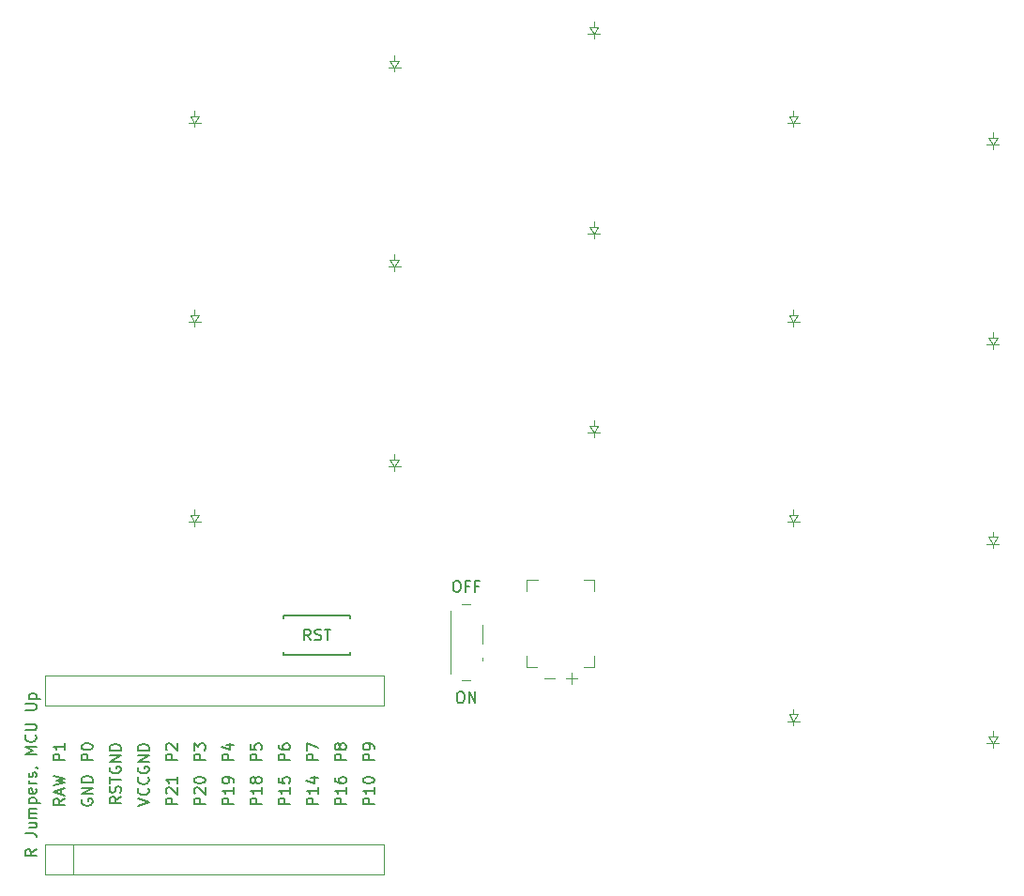
<source format=gbr>
%TF.GenerationSoftware,KiCad,Pcbnew,8.0.4*%
%TF.CreationDate,2024-08-16T17:58:33+08:00*%
%TF.ProjectId,board,626f6172-642e-46b6-9963-61645f706362,v1.0.0*%
%TF.SameCoordinates,Original*%
%TF.FileFunction,Legend,Top*%
%TF.FilePolarity,Positive*%
%FSLAX46Y46*%
G04 Gerber Fmt 4.6, Leading zero omitted, Abs format (unit mm)*
G04 Created by KiCad (PCBNEW 8.0.4) date 2024-08-16 17:58:33*
%MOMM*%
%LPD*%
G01*
G04 APERTURE LIST*
%ADD10C,0.150000*%
%ADD11C,0.120000*%
%ADD12C,0.100000*%
G04 APERTURE END LIST*
D10*
X205547619Y-159454819D02*
X205738095Y-159454819D01*
X205738095Y-159454819D02*
X205833333Y-159502438D01*
X205833333Y-159502438D02*
X205928571Y-159597676D01*
X205928571Y-159597676D02*
X205976190Y-159788152D01*
X205976190Y-159788152D02*
X205976190Y-160121485D01*
X205976190Y-160121485D02*
X205928571Y-160311961D01*
X205928571Y-160311961D02*
X205833333Y-160407200D01*
X205833333Y-160407200D02*
X205738095Y-160454819D01*
X205738095Y-160454819D02*
X205547619Y-160454819D01*
X205547619Y-160454819D02*
X205452381Y-160407200D01*
X205452381Y-160407200D02*
X205357143Y-160311961D01*
X205357143Y-160311961D02*
X205309524Y-160121485D01*
X205309524Y-160121485D02*
X205309524Y-159788152D01*
X205309524Y-159788152D02*
X205357143Y-159597676D01*
X205357143Y-159597676D02*
X205452381Y-159502438D01*
X205452381Y-159502438D02*
X205547619Y-159454819D01*
X206738095Y-159931009D02*
X206404762Y-159931009D01*
X206404762Y-160454819D02*
X206404762Y-159454819D01*
X206404762Y-159454819D02*
X206880952Y-159454819D01*
X207595238Y-159931009D02*
X207261905Y-159931009D01*
X207261905Y-160454819D02*
X207261905Y-159454819D01*
X207261905Y-159454819D02*
X207738095Y-159454819D01*
X205880952Y-169454819D02*
X206071428Y-169454819D01*
X206071428Y-169454819D02*
X206166666Y-169502438D01*
X206166666Y-169502438D02*
X206261904Y-169597676D01*
X206261904Y-169597676D02*
X206309523Y-169788152D01*
X206309523Y-169788152D02*
X206309523Y-170121485D01*
X206309523Y-170121485D02*
X206261904Y-170311961D01*
X206261904Y-170311961D02*
X206166666Y-170407200D01*
X206166666Y-170407200D02*
X206071428Y-170454819D01*
X206071428Y-170454819D02*
X205880952Y-170454819D01*
X205880952Y-170454819D02*
X205785714Y-170407200D01*
X205785714Y-170407200D02*
X205690476Y-170311961D01*
X205690476Y-170311961D02*
X205642857Y-170121485D01*
X205642857Y-170121485D02*
X205642857Y-169788152D01*
X205642857Y-169788152D02*
X205690476Y-169597676D01*
X205690476Y-169597676D02*
X205785714Y-169502438D01*
X205785714Y-169502438D02*
X205880952Y-169454819D01*
X206738095Y-170454819D02*
X206738095Y-169454819D01*
X206738095Y-169454819D02*
X207309523Y-170454819D01*
X207309523Y-170454819D02*
X207309523Y-169454819D01*
X192452380Y-164804819D02*
X192119047Y-164328628D01*
X191880952Y-164804819D02*
X191880952Y-163804819D01*
X191880952Y-163804819D02*
X192261904Y-163804819D01*
X192261904Y-163804819D02*
X192357142Y-163852438D01*
X192357142Y-163852438D02*
X192404761Y-163900057D01*
X192404761Y-163900057D02*
X192452380Y-163995295D01*
X192452380Y-163995295D02*
X192452380Y-164138152D01*
X192452380Y-164138152D02*
X192404761Y-164233390D01*
X192404761Y-164233390D02*
X192357142Y-164281009D01*
X192357142Y-164281009D02*
X192261904Y-164328628D01*
X192261904Y-164328628D02*
X191880952Y-164328628D01*
X192833333Y-164757200D02*
X192976190Y-164804819D01*
X192976190Y-164804819D02*
X193214285Y-164804819D01*
X193214285Y-164804819D02*
X193309523Y-164757200D01*
X193309523Y-164757200D02*
X193357142Y-164709580D01*
X193357142Y-164709580D02*
X193404761Y-164614342D01*
X193404761Y-164614342D02*
X193404761Y-164519104D01*
X193404761Y-164519104D02*
X193357142Y-164423866D01*
X193357142Y-164423866D02*
X193309523Y-164376247D01*
X193309523Y-164376247D02*
X193214285Y-164328628D01*
X193214285Y-164328628D02*
X193023809Y-164281009D01*
X193023809Y-164281009D02*
X192928571Y-164233390D01*
X192928571Y-164233390D02*
X192880952Y-164185771D01*
X192880952Y-164185771D02*
X192833333Y-164090533D01*
X192833333Y-164090533D02*
X192833333Y-163995295D01*
X192833333Y-163995295D02*
X192880952Y-163900057D01*
X192880952Y-163900057D02*
X192928571Y-163852438D01*
X192928571Y-163852438D02*
X193023809Y-163804819D01*
X193023809Y-163804819D02*
X193261904Y-163804819D01*
X193261904Y-163804819D02*
X193404761Y-163852438D01*
X193690476Y-163804819D02*
X194261904Y-163804819D01*
X193976190Y-164804819D02*
X193976190Y-163804819D01*
X195654819Y-179614285D02*
X194654819Y-179614285D01*
X194654819Y-179614285D02*
X194654819Y-179233333D01*
X194654819Y-179233333D02*
X194702438Y-179138095D01*
X194702438Y-179138095D02*
X194750057Y-179090476D01*
X194750057Y-179090476D02*
X194845295Y-179042857D01*
X194845295Y-179042857D02*
X194988152Y-179042857D01*
X194988152Y-179042857D02*
X195083390Y-179090476D01*
X195083390Y-179090476D02*
X195131009Y-179138095D01*
X195131009Y-179138095D02*
X195178628Y-179233333D01*
X195178628Y-179233333D02*
X195178628Y-179614285D01*
X195654819Y-178090476D02*
X195654819Y-178661904D01*
X195654819Y-178376190D02*
X194654819Y-178376190D01*
X194654819Y-178376190D02*
X194797676Y-178471428D01*
X194797676Y-178471428D02*
X194892914Y-178566666D01*
X194892914Y-178566666D02*
X194940533Y-178661904D01*
X194654819Y-177233333D02*
X194654819Y-177423809D01*
X194654819Y-177423809D02*
X194702438Y-177519047D01*
X194702438Y-177519047D02*
X194750057Y-177566666D01*
X194750057Y-177566666D02*
X194892914Y-177661904D01*
X194892914Y-177661904D02*
X195083390Y-177709523D01*
X195083390Y-177709523D02*
X195464342Y-177709523D01*
X195464342Y-177709523D02*
X195559580Y-177661904D01*
X195559580Y-177661904D02*
X195607200Y-177614285D01*
X195607200Y-177614285D02*
X195654819Y-177519047D01*
X195654819Y-177519047D02*
X195654819Y-177328571D01*
X195654819Y-177328571D02*
X195607200Y-177233333D01*
X195607200Y-177233333D02*
X195559580Y-177185714D01*
X195559580Y-177185714D02*
X195464342Y-177138095D01*
X195464342Y-177138095D02*
X195226247Y-177138095D01*
X195226247Y-177138095D02*
X195131009Y-177185714D01*
X195131009Y-177185714D02*
X195083390Y-177233333D01*
X195083390Y-177233333D02*
X195035771Y-177328571D01*
X195035771Y-177328571D02*
X195035771Y-177519047D01*
X195035771Y-177519047D02*
X195083390Y-177614285D01*
X195083390Y-177614285D02*
X195131009Y-177661904D01*
X195131009Y-177661904D02*
X195226247Y-177709523D01*
X182954819Y-179614285D02*
X181954819Y-179614285D01*
X181954819Y-179614285D02*
X181954819Y-179233333D01*
X181954819Y-179233333D02*
X182002438Y-179138095D01*
X182002438Y-179138095D02*
X182050057Y-179090476D01*
X182050057Y-179090476D02*
X182145295Y-179042857D01*
X182145295Y-179042857D02*
X182288152Y-179042857D01*
X182288152Y-179042857D02*
X182383390Y-179090476D01*
X182383390Y-179090476D02*
X182431009Y-179138095D01*
X182431009Y-179138095D02*
X182478628Y-179233333D01*
X182478628Y-179233333D02*
X182478628Y-179614285D01*
X182050057Y-178661904D02*
X182002438Y-178614285D01*
X182002438Y-178614285D02*
X181954819Y-178519047D01*
X181954819Y-178519047D02*
X181954819Y-178280952D01*
X181954819Y-178280952D02*
X182002438Y-178185714D01*
X182002438Y-178185714D02*
X182050057Y-178138095D01*
X182050057Y-178138095D02*
X182145295Y-178090476D01*
X182145295Y-178090476D02*
X182240533Y-178090476D01*
X182240533Y-178090476D02*
X182383390Y-178138095D01*
X182383390Y-178138095D02*
X182954819Y-178709523D01*
X182954819Y-178709523D02*
X182954819Y-178090476D01*
X181954819Y-177471428D02*
X181954819Y-177376190D01*
X181954819Y-177376190D02*
X182002438Y-177280952D01*
X182002438Y-177280952D02*
X182050057Y-177233333D01*
X182050057Y-177233333D02*
X182145295Y-177185714D01*
X182145295Y-177185714D02*
X182335771Y-177138095D01*
X182335771Y-177138095D02*
X182573866Y-177138095D01*
X182573866Y-177138095D02*
X182764342Y-177185714D01*
X182764342Y-177185714D02*
X182859580Y-177233333D01*
X182859580Y-177233333D02*
X182907200Y-177280952D01*
X182907200Y-177280952D02*
X182954819Y-177376190D01*
X182954819Y-177376190D02*
X182954819Y-177471428D01*
X182954819Y-177471428D02*
X182907200Y-177566666D01*
X182907200Y-177566666D02*
X182859580Y-177614285D01*
X182859580Y-177614285D02*
X182764342Y-177661904D01*
X182764342Y-177661904D02*
X182573866Y-177709523D01*
X182573866Y-177709523D02*
X182335771Y-177709523D01*
X182335771Y-177709523D02*
X182145295Y-177661904D01*
X182145295Y-177661904D02*
X182050057Y-177614285D01*
X182050057Y-177614285D02*
X182002438Y-177566666D01*
X182002438Y-177566666D02*
X181954819Y-177471428D01*
X185494819Y-175648094D02*
X184494819Y-175648094D01*
X184494819Y-175648094D02*
X184494819Y-175267142D01*
X184494819Y-175267142D02*
X184542438Y-175171904D01*
X184542438Y-175171904D02*
X184590057Y-175124285D01*
X184590057Y-175124285D02*
X184685295Y-175076666D01*
X184685295Y-175076666D02*
X184828152Y-175076666D01*
X184828152Y-175076666D02*
X184923390Y-175124285D01*
X184923390Y-175124285D02*
X184971009Y-175171904D01*
X184971009Y-175171904D02*
X185018628Y-175267142D01*
X185018628Y-175267142D02*
X185018628Y-175648094D01*
X184828152Y-174219523D02*
X185494819Y-174219523D01*
X184447200Y-174457618D02*
X185161485Y-174695713D01*
X185161485Y-174695713D02*
X185161485Y-174076666D01*
X180414819Y-179614285D02*
X179414819Y-179614285D01*
X179414819Y-179614285D02*
X179414819Y-179233333D01*
X179414819Y-179233333D02*
X179462438Y-179138095D01*
X179462438Y-179138095D02*
X179510057Y-179090476D01*
X179510057Y-179090476D02*
X179605295Y-179042857D01*
X179605295Y-179042857D02*
X179748152Y-179042857D01*
X179748152Y-179042857D02*
X179843390Y-179090476D01*
X179843390Y-179090476D02*
X179891009Y-179138095D01*
X179891009Y-179138095D02*
X179938628Y-179233333D01*
X179938628Y-179233333D02*
X179938628Y-179614285D01*
X179510057Y-178661904D02*
X179462438Y-178614285D01*
X179462438Y-178614285D02*
X179414819Y-178519047D01*
X179414819Y-178519047D02*
X179414819Y-178280952D01*
X179414819Y-178280952D02*
X179462438Y-178185714D01*
X179462438Y-178185714D02*
X179510057Y-178138095D01*
X179510057Y-178138095D02*
X179605295Y-178090476D01*
X179605295Y-178090476D02*
X179700533Y-178090476D01*
X179700533Y-178090476D02*
X179843390Y-178138095D01*
X179843390Y-178138095D02*
X180414819Y-178709523D01*
X180414819Y-178709523D02*
X180414819Y-178090476D01*
X180414819Y-177138095D02*
X180414819Y-177709523D01*
X180414819Y-177423809D02*
X179414819Y-177423809D01*
X179414819Y-177423809D02*
X179557676Y-177519047D01*
X179557676Y-177519047D02*
X179652914Y-177614285D01*
X179652914Y-177614285D02*
X179700533Y-177709523D01*
X190574819Y-179614285D02*
X189574819Y-179614285D01*
X189574819Y-179614285D02*
X189574819Y-179233333D01*
X189574819Y-179233333D02*
X189622438Y-179138095D01*
X189622438Y-179138095D02*
X189670057Y-179090476D01*
X189670057Y-179090476D02*
X189765295Y-179042857D01*
X189765295Y-179042857D02*
X189908152Y-179042857D01*
X189908152Y-179042857D02*
X190003390Y-179090476D01*
X190003390Y-179090476D02*
X190051009Y-179138095D01*
X190051009Y-179138095D02*
X190098628Y-179233333D01*
X190098628Y-179233333D02*
X190098628Y-179614285D01*
X190574819Y-178090476D02*
X190574819Y-178661904D01*
X190574819Y-178376190D02*
X189574819Y-178376190D01*
X189574819Y-178376190D02*
X189717676Y-178471428D01*
X189717676Y-178471428D02*
X189812914Y-178566666D01*
X189812914Y-178566666D02*
X189860533Y-178661904D01*
X189574819Y-177185714D02*
X189574819Y-177661904D01*
X189574819Y-177661904D02*
X190051009Y-177709523D01*
X190051009Y-177709523D02*
X190003390Y-177661904D01*
X190003390Y-177661904D02*
X189955771Y-177566666D01*
X189955771Y-177566666D02*
X189955771Y-177328571D01*
X189955771Y-177328571D02*
X190003390Y-177233333D01*
X190003390Y-177233333D02*
X190051009Y-177185714D01*
X190051009Y-177185714D02*
X190146247Y-177138095D01*
X190146247Y-177138095D02*
X190384342Y-177138095D01*
X190384342Y-177138095D02*
X190479580Y-177185714D01*
X190479580Y-177185714D02*
X190527200Y-177233333D01*
X190527200Y-177233333D02*
X190574819Y-177328571D01*
X190574819Y-177328571D02*
X190574819Y-177566666D01*
X190574819Y-177566666D02*
X190527200Y-177661904D01*
X190527200Y-177661904D02*
X190479580Y-177709523D01*
X176922438Y-176261904D02*
X176874819Y-176357142D01*
X176874819Y-176357142D02*
X176874819Y-176499999D01*
X176874819Y-176499999D02*
X176922438Y-176642856D01*
X176922438Y-176642856D02*
X177017676Y-176738094D01*
X177017676Y-176738094D02*
X177112914Y-176785713D01*
X177112914Y-176785713D02*
X177303390Y-176833332D01*
X177303390Y-176833332D02*
X177446247Y-176833332D01*
X177446247Y-176833332D02*
X177636723Y-176785713D01*
X177636723Y-176785713D02*
X177731961Y-176738094D01*
X177731961Y-176738094D02*
X177827200Y-176642856D01*
X177827200Y-176642856D02*
X177874819Y-176499999D01*
X177874819Y-176499999D02*
X177874819Y-176404761D01*
X177874819Y-176404761D02*
X177827200Y-176261904D01*
X177827200Y-176261904D02*
X177779580Y-176214285D01*
X177779580Y-176214285D02*
X177446247Y-176214285D01*
X177446247Y-176214285D02*
X177446247Y-176404761D01*
X177874819Y-175785713D02*
X176874819Y-175785713D01*
X176874819Y-175785713D02*
X177874819Y-175214285D01*
X177874819Y-175214285D02*
X176874819Y-175214285D01*
X177874819Y-174738094D02*
X176874819Y-174738094D01*
X176874819Y-174738094D02*
X176874819Y-174499999D01*
X176874819Y-174499999D02*
X176922438Y-174357142D01*
X176922438Y-174357142D02*
X177017676Y-174261904D01*
X177017676Y-174261904D02*
X177112914Y-174214285D01*
X177112914Y-174214285D02*
X177303390Y-174166666D01*
X177303390Y-174166666D02*
X177446247Y-174166666D01*
X177446247Y-174166666D02*
X177636723Y-174214285D01*
X177636723Y-174214285D02*
X177731961Y-174261904D01*
X177731961Y-174261904D02*
X177827200Y-174357142D01*
X177827200Y-174357142D02*
X177874819Y-174499999D01*
X177874819Y-174499999D02*
X177874819Y-174738094D01*
X190574819Y-175648094D02*
X189574819Y-175648094D01*
X189574819Y-175648094D02*
X189574819Y-175267142D01*
X189574819Y-175267142D02*
X189622438Y-175171904D01*
X189622438Y-175171904D02*
X189670057Y-175124285D01*
X189670057Y-175124285D02*
X189765295Y-175076666D01*
X189765295Y-175076666D02*
X189908152Y-175076666D01*
X189908152Y-175076666D02*
X190003390Y-175124285D01*
X190003390Y-175124285D02*
X190051009Y-175171904D01*
X190051009Y-175171904D02*
X190098628Y-175267142D01*
X190098628Y-175267142D02*
X190098628Y-175648094D01*
X189574819Y-174219523D02*
X189574819Y-174409999D01*
X189574819Y-174409999D02*
X189622438Y-174505237D01*
X189622438Y-174505237D02*
X189670057Y-174552856D01*
X189670057Y-174552856D02*
X189812914Y-174648094D01*
X189812914Y-174648094D02*
X190003390Y-174695713D01*
X190003390Y-174695713D02*
X190384342Y-174695713D01*
X190384342Y-174695713D02*
X190479580Y-174648094D01*
X190479580Y-174648094D02*
X190527200Y-174600475D01*
X190527200Y-174600475D02*
X190574819Y-174505237D01*
X190574819Y-174505237D02*
X190574819Y-174314761D01*
X190574819Y-174314761D02*
X190527200Y-174219523D01*
X190527200Y-174219523D02*
X190479580Y-174171904D01*
X190479580Y-174171904D02*
X190384342Y-174124285D01*
X190384342Y-174124285D02*
X190146247Y-174124285D01*
X190146247Y-174124285D02*
X190051009Y-174171904D01*
X190051009Y-174171904D02*
X190003390Y-174219523D01*
X190003390Y-174219523D02*
X189955771Y-174314761D01*
X189955771Y-174314761D02*
X189955771Y-174505237D01*
X189955771Y-174505237D02*
X190003390Y-174600475D01*
X190003390Y-174600475D02*
X190051009Y-174648094D01*
X190051009Y-174648094D02*
X190146247Y-174695713D01*
X198194819Y-179614285D02*
X197194819Y-179614285D01*
X197194819Y-179614285D02*
X197194819Y-179233333D01*
X197194819Y-179233333D02*
X197242438Y-179138095D01*
X197242438Y-179138095D02*
X197290057Y-179090476D01*
X197290057Y-179090476D02*
X197385295Y-179042857D01*
X197385295Y-179042857D02*
X197528152Y-179042857D01*
X197528152Y-179042857D02*
X197623390Y-179090476D01*
X197623390Y-179090476D02*
X197671009Y-179138095D01*
X197671009Y-179138095D02*
X197718628Y-179233333D01*
X197718628Y-179233333D02*
X197718628Y-179614285D01*
X198194819Y-178090476D02*
X198194819Y-178661904D01*
X198194819Y-178376190D02*
X197194819Y-178376190D01*
X197194819Y-178376190D02*
X197337676Y-178471428D01*
X197337676Y-178471428D02*
X197432914Y-178566666D01*
X197432914Y-178566666D02*
X197480533Y-178661904D01*
X197194819Y-177471428D02*
X197194819Y-177376190D01*
X197194819Y-177376190D02*
X197242438Y-177280952D01*
X197242438Y-177280952D02*
X197290057Y-177233333D01*
X197290057Y-177233333D02*
X197385295Y-177185714D01*
X197385295Y-177185714D02*
X197575771Y-177138095D01*
X197575771Y-177138095D02*
X197813866Y-177138095D01*
X197813866Y-177138095D02*
X198004342Y-177185714D01*
X198004342Y-177185714D02*
X198099580Y-177233333D01*
X198099580Y-177233333D02*
X198147200Y-177280952D01*
X198147200Y-177280952D02*
X198194819Y-177376190D01*
X198194819Y-177376190D02*
X198194819Y-177471428D01*
X198194819Y-177471428D02*
X198147200Y-177566666D01*
X198147200Y-177566666D02*
X198099580Y-177614285D01*
X198099580Y-177614285D02*
X198004342Y-177661904D01*
X198004342Y-177661904D02*
X197813866Y-177709523D01*
X197813866Y-177709523D02*
X197575771Y-177709523D01*
X197575771Y-177709523D02*
X197385295Y-177661904D01*
X197385295Y-177661904D02*
X197290057Y-177614285D01*
X197290057Y-177614285D02*
X197242438Y-177566666D01*
X197242438Y-177566666D02*
X197194819Y-177471428D01*
X193114819Y-179614285D02*
X192114819Y-179614285D01*
X192114819Y-179614285D02*
X192114819Y-179233333D01*
X192114819Y-179233333D02*
X192162438Y-179138095D01*
X192162438Y-179138095D02*
X192210057Y-179090476D01*
X192210057Y-179090476D02*
X192305295Y-179042857D01*
X192305295Y-179042857D02*
X192448152Y-179042857D01*
X192448152Y-179042857D02*
X192543390Y-179090476D01*
X192543390Y-179090476D02*
X192591009Y-179138095D01*
X192591009Y-179138095D02*
X192638628Y-179233333D01*
X192638628Y-179233333D02*
X192638628Y-179614285D01*
X193114819Y-178090476D02*
X193114819Y-178661904D01*
X193114819Y-178376190D02*
X192114819Y-178376190D01*
X192114819Y-178376190D02*
X192257676Y-178471428D01*
X192257676Y-178471428D02*
X192352914Y-178566666D01*
X192352914Y-178566666D02*
X192400533Y-178661904D01*
X192448152Y-177233333D02*
X193114819Y-177233333D01*
X192067200Y-177471428D02*
X192781485Y-177709523D01*
X192781485Y-177709523D02*
X192781485Y-177090476D01*
X171842438Y-179161904D02*
X171794819Y-179257142D01*
X171794819Y-179257142D02*
X171794819Y-179399999D01*
X171794819Y-179399999D02*
X171842438Y-179542856D01*
X171842438Y-179542856D02*
X171937676Y-179638094D01*
X171937676Y-179638094D02*
X172032914Y-179685713D01*
X172032914Y-179685713D02*
X172223390Y-179733332D01*
X172223390Y-179733332D02*
X172366247Y-179733332D01*
X172366247Y-179733332D02*
X172556723Y-179685713D01*
X172556723Y-179685713D02*
X172651961Y-179638094D01*
X172651961Y-179638094D02*
X172747200Y-179542856D01*
X172747200Y-179542856D02*
X172794819Y-179399999D01*
X172794819Y-179399999D02*
X172794819Y-179304761D01*
X172794819Y-179304761D02*
X172747200Y-179161904D01*
X172747200Y-179161904D02*
X172699580Y-179114285D01*
X172699580Y-179114285D02*
X172366247Y-179114285D01*
X172366247Y-179114285D02*
X172366247Y-179304761D01*
X172794819Y-178685713D02*
X171794819Y-178685713D01*
X171794819Y-178685713D02*
X172794819Y-178114285D01*
X172794819Y-178114285D02*
X171794819Y-178114285D01*
X172794819Y-177638094D02*
X171794819Y-177638094D01*
X171794819Y-177638094D02*
X171794819Y-177399999D01*
X171794819Y-177399999D02*
X171842438Y-177257142D01*
X171842438Y-177257142D02*
X171937676Y-177161904D01*
X171937676Y-177161904D02*
X172032914Y-177114285D01*
X172032914Y-177114285D02*
X172223390Y-177066666D01*
X172223390Y-177066666D02*
X172366247Y-177066666D01*
X172366247Y-177066666D02*
X172556723Y-177114285D01*
X172556723Y-177114285D02*
X172651961Y-177161904D01*
X172651961Y-177161904D02*
X172747200Y-177257142D01*
X172747200Y-177257142D02*
X172794819Y-177399999D01*
X172794819Y-177399999D02*
X172794819Y-177638094D01*
X198194819Y-175648094D02*
X197194819Y-175648094D01*
X197194819Y-175648094D02*
X197194819Y-175267142D01*
X197194819Y-175267142D02*
X197242438Y-175171904D01*
X197242438Y-175171904D02*
X197290057Y-175124285D01*
X197290057Y-175124285D02*
X197385295Y-175076666D01*
X197385295Y-175076666D02*
X197528152Y-175076666D01*
X197528152Y-175076666D02*
X197623390Y-175124285D01*
X197623390Y-175124285D02*
X197671009Y-175171904D01*
X197671009Y-175171904D02*
X197718628Y-175267142D01*
X197718628Y-175267142D02*
X197718628Y-175648094D01*
X198194819Y-174600475D02*
X198194819Y-174409999D01*
X198194819Y-174409999D02*
X198147200Y-174314761D01*
X198147200Y-174314761D02*
X198099580Y-174267142D01*
X198099580Y-174267142D02*
X197956723Y-174171904D01*
X197956723Y-174171904D02*
X197766247Y-174124285D01*
X197766247Y-174124285D02*
X197385295Y-174124285D01*
X197385295Y-174124285D02*
X197290057Y-174171904D01*
X197290057Y-174171904D02*
X197242438Y-174219523D01*
X197242438Y-174219523D02*
X197194819Y-174314761D01*
X197194819Y-174314761D02*
X197194819Y-174505237D01*
X197194819Y-174505237D02*
X197242438Y-174600475D01*
X197242438Y-174600475D02*
X197290057Y-174648094D01*
X197290057Y-174648094D02*
X197385295Y-174695713D01*
X197385295Y-174695713D02*
X197623390Y-174695713D01*
X197623390Y-174695713D02*
X197718628Y-174648094D01*
X197718628Y-174648094D02*
X197766247Y-174600475D01*
X197766247Y-174600475D02*
X197813866Y-174505237D01*
X197813866Y-174505237D02*
X197813866Y-174314761D01*
X197813866Y-174314761D02*
X197766247Y-174219523D01*
X197766247Y-174219523D02*
X197718628Y-174171904D01*
X197718628Y-174171904D02*
X197623390Y-174124285D01*
X188034819Y-179614285D02*
X187034819Y-179614285D01*
X187034819Y-179614285D02*
X187034819Y-179233333D01*
X187034819Y-179233333D02*
X187082438Y-179138095D01*
X187082438Y-179138095D02*
X187130057Y-179090476D01*
X187130057Y-179090476D02*
X187225295Y-179042857D01*
X187225295Y-179042857D02*
X187368152Y-179042857D01*
X187368152Y-179042857D02*
X187463390Y-179090476D01*
X187463390Y-179090476D02*
X187511009Y-179138095D01*
X187511009Y-179138095D02*
X187558628Y-179233333D01*
X187558628Y-179233333D02*
X187558628Y-179614285D01*
X188034819Y-178090476D02*
X188034819Y-178661904D01*
X188034819Y-178376190D02*
X187034819Y-178376190D01*
X187034819Y-178376190D02*
X187177676Y-178471428D01*
X187177676Y-178471428D02*
X187272914Y-178566666D01*
X187272914Y-178566666D02*
X187320533Y-178661904D01*
X187463390Y-177519047D02*
X187415771Y-177614285D01*
X187415771Y-177614285D02*
X187368152Y-177661904D01*
X187368152Y-177661904D02*
X187272914Y-177709523D01*
X187272914Y-177709523D02*
X187225295Y-177709523D01*
X187225295Y-177709523D02*
X187130057Y-177661904D01*
X187130057Y-177661904D02*
X187082438Y-177614285D01*
X187082438Y-177614285D02*
X187034819Y-177519047D01*
X187034819Y-177519047D02*
X187034819Y-177328571D01*
X187034819Y-177328571D02*
X187082438Y-177233333D01*
X187082438Y-177233333D02*
X187130057Y-177185714D01*
X187130057Y-177185714D02*
X187225295Y-177138095D01*
X187225295Y-177138095D02*
X187272914Y-177138095D01*
X187272914Y-177138095D02*
X187368152Y-177185714D01*
X187368152Y-177185714D02*
X187415771Y-177233333D01*
X187415771Y-177233333D02*
X187463390Y-177328571D01*
X187463390Y-177328571D02*
X187463390Y-177519047D01*
X187463390Y-177519047D02*
X187511009Y-177614285D01*
X187511009Y-177614285D02*
X187558628Y-177661904D01*
X187558628Y-177661904D02*
X187653866Y-177709523D01*
X187653866Y-177709523D02*
X187844342Y-177709523D01*
X187844342Y-177709523D02*
X187939580Y-177661904D01*
X187939580Y-177661904D02*
X187987200Y-177614285D01*
X187987200Y-177614285D02*
X188034819Y-177519047D01*
X188034819Y-177519047D02*
X188034819Y-177328571D01*
X188034819Y-177328571D02*
X187987200Y-177233333D01*
X187987200Y-177233333D02*
X187939580Y-177185714D01*
X187939580Y-177185714D02*
X187844342Y-177138095D01*
X187844342Y-177138095D02*
X187653866Y-177138095D01*
X187653866Y-177138095D02*
X187558628Y-177185714D01*
X187558628Y-177185714D02*
X187511009Y-177233333D01*
X187511009Y-177233333D02*
X187463390Y-177328571D01*
X185494819Y-179614285D02*
X184494819Y-179614285D01*
X184494819Y-179614285D02*
X184494819Y-179233333D01*
X184494819Y-179233333D02*
X184542438Y-179138095D01*
X184542438Y-179138095D02*
X184590057Y-179090476D01*
X184590057Y-179090476D02*
X184685295Y-179042857D01*
X184685295Y-179042857D02*
X184828152Y-179042857D01*
X184828152Y-179042857D02*
X184923390Y-179090476D01*
X184923390Y-179090476D02*
X184971009Y-179138095D01*
X184971009Y-179138095D02*
X185018628Y-179233333D01*
X185018628Y-179233333D02*
X185018628Y-179614285D01*
X185494819Y-178090476D02*
X185494819Y-178661904D01*
X185494819Y-178376190D02*
X184494819Y-178376190D01*
X184494819Y-178376190D02*
X184637676Y-178471428D01*
X184637676Y-178471428D02*
X184732914Y-178566666D01*
X184732914Y-178566666D02*
X184780533Y-178661904D01*
X185494819Y-177614285D02*
X185494819Y-177423809D01*
X185494819Y-177423809D02*
X185447200Y-177328571D01*
X185447200Y-177328571D02*
X185399580Y-177280952D01*
X185399580Y-177280952D02*
X185256723Y-177185714D01*
X185256723Y-177185714D02*
X185066247Y-177138095D01*
X185066247Y-177138095D02*
X184685295Y-177138095D01*
X184685295Y-177138095D02*
X184590057Y-177185714D01*
X184590057Y-177185714D02*
X184542438Y-177233333D01*
X184542438Y-177233333D02*
X184494819Y-177328571D01*
X184494819Y-177328571D02*
X184494819Y-177519047D01*
X184494819Y-177519047D02*
X184542438Y-177614285D01*
X184542438Y-177614285D02*
X184590057Y-177661904D01*
X184590057Y-177661904D02*
X184685295Y-177709523D01*
X184685295Y-177709523D02*
X184923390Y-177709523D01*
X184923390Y-177709523D02*
X185018628Y-177661904D01*
X185018628Y-177661904D02*
X185066247Y-177614285D01*
X185066247Y-177614285D02*
X185113866Y-177519047D01*
X185113866Y-177519047D02*
X185113866Y-177328571D01*
X185113866Y-177328571D02*
X185066247Y-177233333D01*
X185066247Y-177233333D02*
X185018628Y-177185714D01*
X185018628Y-177185714D02*
X184923390Y-177138095D01*
X170254819Y-175648094D02*
X169254819Y-175648094D01*
X169254819Y-175648094D02*
X169254819Y-175267142D01*
X169254819Y-175267142D02*
X169302438Y-175171904D01*
X169302438Y-175171904D02*
X169350057Y-175124285D01*
X169350057Y-175124285D02*
X169445295Y-175076666D01*
X169445295Y-175076666D02*
X169588152Y-175076666D01*
X169588152Y-175076666D02*
X169683390Y-175124285D01*
X169683390Y-175124285D02*
X169731009Y-175171904D01*
X169731009Y-175171904D02*
X169778628Y-175267142D01*
X169778628Y-175267142D02*
X169778628Y-175648094D01*
X170254819Y-174124285D02*
X170254819Y-174695713D01*
X170254819Y-174409999D02*
X169254819Y-174409999D01*
X169254819Y-174409999D02*
X169397676Y-174505237D01*
X169397676Y-174505237D02*
X169492914Y-174600475D01*
X169492914Y-174600475D02*
X169540533Y-174695713D01*
X174382438Y-176261904D02*
X174334819Y-176357142D01*
X174334819Y-176357142D02*
X174334819Y-176499999D01*
X174334819Y-176499999D02*
X174382438Y-176642856D01*
X174382438Y-176642856D02*
X174477676Y-176738094D01*
X174477676Y-176738094D02*
X174572914Y-176785713D01*
X174572914Y-176785713D02*
X174763390Y-176833332D01*
X174763390Y-176833332D02*
X174906247Y-176833332D01*
X174906247Y-176833332D02*
X175096723Y-176785713D01*
X175096723Y-176785713D02*
X175191961Y-176738094D01*
X175191961Y-176738094D02*
X175287200Y-176642856D01*
X175287200Y-176642856D02*
X175334819Y-176499999D01*
X175334819Y-176499999D02*
X175334819Y-176404761D01*
X175334819Y-176404761D02*
X175287200Y-176261904D01*
X175287200Y-176261904D02*
X175239580Y-176214285D01*
X175239580Y-176214285D02*
X174906247Y-176214285D01*
X174906247Y-176214285D02*
X174906247Y-176404761D01*
X175334819Y-175785713D02*
X174334819Y-175785713D01*
X174334819Y-175785713D02*
X175334819Y-175214285D01*
X175334819Y-175214285D02*
X174334819Y-175214285D01*
X175334819Y-174738094D02*
X174334819Y-174738094D01*
X174334819Y-174738094D02*
X174334819Y-174499999D01*
X174334819Y-174499999D02*
X174382438Y-174357142D01*
X174382438Y-174357142D02*
X174477676Y-174261904D01*
X174477676Y-174261904D02*
X174572914Y-174214285D01*
X174572914Y-174214285D02*
X174763390Y-174166666D01*
X174763390Y-174166666D02*
X174906247Y-174166666D01*
X174906247Y-174166666D02*
X175096723Y-174214285D01*
X175096723Y-174214285D02*
X175191961Y-174261904D01*
X175191961Y-174261904D02*
X175287200Y-174357142D01*
X175287200Y-174357142D02*
X175334819Y-174499999D01*
X175334819Y-174499999D02*
X175334819Y-174738094D01*
X172794819Y-175648094D02*
X171794819Y-175648094D01*
X171794819Y-175648094D02*
X171794819Y-175267142D01*
X171794819Y-175267142D02*
X171842438Y-175171904D01*
X171842438Y-175171904D02*
X171890057Y-175124285D01*
X171890057Y-175124285D02*
X171985295Y-175076666D01*
X171985295Y-175076666D02*
X172128152Y-175076666D01*
X172128152Y-175076666D02*
X172223390Y-175124285D01*
X172223390Y-175124285D02*
X172271009Y-175171904D01*
X172271009Y-175171904D02*
X172318628Y-175267142D01*
X172318628Y-175267142D02*
X172318628Y-175648094D01*
X171794819Y-174457618D02*
X171794819Y-174362380D01*
X171794819Y-174362380D02*
X171842438Y-174267142D01*
X171842438Y-174267142D02*
X171890057Y-174219523D01*
X171890057Y-174219523D02*
X171985295Y-174171904D01*
X171985295Y-174171904D02*
X172175771Y-174124285D01*
X172175771Y-174124285D02*
X172413866Y-174124285D01*
X172413866Y-174124285D02*
X172604342Y-174171904D01*
X172604342Y-174171904D02*
X172699580Y-174219523D01*
X172699580Y-174219523D02*
X172747200Y-174267142D01*
X172747200Y-174267142D02*
X172794819Y-174362380D01*
X172794819Y-174362380D02*
X172794819Y-174457618D01*
X172794819Y-174457618D02*
X172747200Y-174552856D01*
X172747200Y-174552856D02*
X172699580Y-174600475D01*
X172699580Y-174600475D02*
X172604342Y-174648094D01*
X172604342Y-174648094D02*
X172413866Y-174695713D01*
X172413866Y-174695713D02*
X172175771Y-174695713D01*
X172175771Y-174695713D02*
X171985295Y-174648094D01*
X171985295Y-174648094D02*
X171890057Y-174600475D01*
X171890057Y-174600475D02*
X171842438Y-174552856D01*
X171842438Y-174552856D02*
X171794819Y-174457618D01*
X175334819Y-178947619D02*
X174858628Y-179280952D01*
X175334819Y-179519047D02*
X174334819Y-179519047D01*
X174334819Y-179519047D02*
X174334819Y-179138095D01*
X174334819Y-179138095D02*
X174382438Y-179042857D01*
X174382438Y-179042857D02*
X174430057Y-178995238D01*
X174430057Y-178995238D02*
X174525295Y-178947619D01*
X174525295Y-178947619D02*
X174668152Y-178947619D01*
X174668152Y-178947619D02*
X174763390Y-178995238D01*
X174763390Y-178995238D02*
X174811009Y-179042857D01*
X174811009Y-179042857D02*
X174858628Y-179138095D01*
X174858628Y-179138095D02*
X174858628Y-179519047D01*
X175287200Y-178566666D02*
X175334819Y-178423809D01*
X175334819Y-178423809D02*
X175334819Y-178185714D01*
X175334819Y-178185714D02*
X175287200Y-178090476D01*
X175287200Y-178090476D02*
X175239580Y-178042857D01*
X175239580Y-178042857D02*
X175144342Y-177995238D01*
X175144342Y-177995238D02*
X175049104Y-177995238D01*
X175049104Y-177995238D02*
X174953866Y-178042857D01*
X174953866Y-178042857D02*
X174906247Y-178090476D01*
X174906247Y-178090476D02*
X174858628Y-178185714D01*
X174858628Y-178185714D02*
X174811009Y-178376190D01*
X174811009Y-178376190D02*
X174763390Y-178471428D01*
X174763390Y-178471428D02*
X174715771Y-178519047D01*
X174715771Y-178519047D02*
X174620533Y-178566666D01*
X174620533Y-178566666D02*
X174525295Y-178566666D01*
X174525295Y-178566666D02*
X174430057Y-178519047D01*
X174430057Y-178519047D02*
X174382438Y-178471428D01*
X174382438Y-178471428D02*
X174334819Y-178376190D01*
X174334819Y-178376190D02*
X174334819Y-178138095D01*
X174334819Y-178138095D02*
X174382438Y-177995238D01*
X174334819Y-177709523D02*
X174334819Y-177138095D01*
X175334819Y-177423809D02*
X174334819Y-177423809D01*
X182954819Y-175648094D02*
X181954819Y-175648094D01*
X181954819Y-175648094D02*
X181954819Y-175267142D01*
X181954819Y-175267142D02*
X182002438Y-175171904D01*
X182002438Y-175171904D02*
X182050057Y-175124285D01*
X182050057Y-175124285D02*
X182145295Y-175076666D01*
X182145295Y-175076666D02*
X182288152Y-175076666D01*
X182288152Y-175076666D02*
X182383390Y-175124285D01*
X182383390Y-175124285D02*
X182431009Y-175171904D01*
X182431009Y-175171904D02*
X182478628Y-175267142D01*
X182478628Y-175267142D02*
X182478628Y-175648094D01*
X181954819Y-174743332D02*
X181954819Y-174124285D01*
X181954819Y-174124285D02*
X182335771Y-174457618D01*
X182335771Y-174457618D02*
X182335771Y-174314761D01*
X182335771Y-174314761D02*
X182383390Y-174219523D01*
X182383390Y-174219523D02*
X182431009Y-174171904D01*
X182431009Y-174171904D02*
X182526247Y-174124285D01*
X182526247Y-174124285D02*
X182764342Y-174124285D01*
X182764342Y-174124285D02*
X182859580Y-174171904D01*
X182859580Y-174171904D02*
X182907200Y-174219523D01*
X182907200Y-174219523D02*
X182954819Y-174314761D01*
X182954819Y-174314761D02*
X182954819Y-174600475D01*
X182954819Y-174600475D02*
X182907200Y-174695713D01*
X182907200Y-174695713D02*
X182859580Y-174743332D01*
X195654819Y-175648094D02*
X194654819Y-175648094D01*
X194654819Y-175648094D02*
X194654819Y-175267142D01*
X194654819Y-175267142D02*
X194702438Y-175171904D01*
X194702438Y-175171904D02*
X194750057Y-175124285D01*
X194750057Y-175124285D02*
X194845295Y-175076666D01*
X194845295Y-175076666D02*
X194988152Y-175076666D01*
X194988152Y-175076666D02*
X195083390Y-175124285D01*
X195083390Y-175124285D02*
X195131009Y-175171904D01*
X195131009Y-175171904D02*
X195178628Y-175267142D01*
X195178628Y-175267142D02*
X195178628Y-175648094D01*
X195083390Y-174505237D02*
X195035771Y-174600475D01*
X195035771Y-174600475D02*
X194988152Y-174648094D01*
X194988152Y-174648094D02*
X194892914Y-174695713D01*
X194892914Y-174695713D02*
X194845295Y-174695713D01*
X194845295Y-174695713D02*
X194750057Y-174648094D01*
X194750057Y-174648094D02*
X194702438Y-174600475D01*
X194702438Y-174600475D02*
X194654819Y-174505237D01*
X194654819Y-174505237D02*
X194654819Y-174314761D01*
X194654819Y-174314761D02*
X194702438Y-174219523D01*
X194702438Y-174219523D02*
X194750057Y-174171904D01*
X194750057Y-174171904D02*
X194845295Y-174124285D01*
X194845295Y-174124285D02*
X194892914Y-174124285D01*
X194892914Y-174124285D02*
X194988152Y-174171904D01*
X194988152Y-174171904D02*
X195035771Y-174219523D01*
X195035771Y-174219523D02*
X195083390Y-174314761D01*
X195083390Y-174314761D02*
X195083390Y-174505237D01*
X195083390Y-174505237D02*
X195131009Y-174600475D01*
X195131009Y-174600475D02*
X195178628Y-174648094D01*
X195178628Y-174648094D02*
X195273866Y-174695713D01*
X195273866Y-174695713D02*
X195464342Y-174695713D01*
X195464342Y-174695713D02*
X195559580Y-174648094D01*
X195559580Y-174648094D02*
X195607200Y-174600475D01*
X195607200Y-174600475D02*
X195654819Y-174505237D01*
X195654819Y-174505237D02*
X195654819Y-174314761D01*
X195654819Y-174314761D02*
X195607200Y-174219523D01*
X195607200Y-174219523D02*
X195559580Y-174171904D01*
X195559580Y-174171904D02*
X195464342Y-174124285D01*
X195464342Y-174124285D02*
X195273866Y-174124285D01*
X195273866Y-174124285D02*
X195178628Y-174171904D01*
X195178628Y-174171904D02*
X195131009Y-174219523D01*
X195131009Y-174219523D02*
X195083390Y-174314761D01*
X180414819Y-175648094D02*
X179414819Y-175648094D01*
X179414819Y-175648094D02*
X179414819Y-175267142D01*
X179414819Y-175267142D02*
X179462438Y-175171904D01*
X179462438Y-175171904D02*
X179510057Y-175124285D01*
X179510057Y-175124285D02*
X179605295Y-175076666D01*
X179605295Y-175076666D02*
X179748152Y-175076666D01*
X179748152Y-175076666D02*
X179843390Y-175124285D01*
X179843390Y-175124285D02*
X179891009Y-175171904D01*
X179891009Y-175171904D02*
X179938628Y-175267142D01*
X179938628Y-175267142D02*
X179938628Y-175648094D01*
X179510057Y-174695713D02*
X179462438Y-174648094D01*
X179462438Y-174648094D02*
X179414819Y-174552856D01*
X179414819Y-174552856D02*
X179414819Y-174314761D01*
X179414819Y-174314761D02*
X179462438Y-174219523D01*
X179462438Y-174219523D02*
X179510057Y-174171904D01*
X179510057Y-174171904D02*
X179605295Y-174124285D01*
X179605295Y-174124285D02*
X179700533Y-174124285D01*
X179700533Y-174124285D02*
X179843390Y-174171904D01*
X179843390Y-174171904D02*
X180414819Y-174743332D01*
X180414819Y-174743332D02*
X180414819Y-174124285D01*
X170254819Y-179090476D02*
X169778628Y-179423809D01*
X170254819Y-179661904D02*
X169254819Y-179661904D01*
X169254819Y-179661904D02*
X169254819Y-179280952D01*
X169254819Y-179280952D02*
X169302438Y-179185714D01*
X169302438Y-179185714D02*
X169350057Y-179138095D01*
X169350057Y-179138095D02*
X169445295Y-179090476D01*
X169445295Y-179090476D02*
X169588152Y-179090476D01*
X169588152Y-179090476D02*
X169683390Y-179138095D01*
X169683390Y-179138095D02*
X169731009Y-179185714D01*
X169731009Y-179185714D02*
X169778628Y-179280952D01*
X169778628Y-179280952D02*
X169778628Y-179661904D01*
X169969104Y-178709523D02*
X169969104Y-178233333D01*
X170254819Y-178804761D02*
X169254819Y-178471428D01*
X169254819Y-178471428D02*
X170254819Y-178138095D01*
X169254819Y-177899999D02*
X170254819Y-177661904D01*
X170254819Y-177661904D02*
X169540533Y-177471428D01*
X169540533Y-177471428D02*
X170254819Y-177280952D01*
X170254819Y-177280952D02*
X169254819Y-177042857D01*
X176874819Y-179733332D02*
X177874819Y-179399999D01*
X177874819Y-179399999D02*
X176874819Y-179066666D01*
X177779580Y-178161904D02*
X177827200Y-178209523D01*
X177827200Y-178209523D02*
X177874819Y-178352380D01*
X177874819Y-178352380D02*
X177874819Y-178447618D01*
X177874819Y-178447618D02*
X177827200Y-178590475D01*
X177827200Y-178590475D02*
X177731961Y-178685713D01*
X177731961Y-178685713D02*
X177636723Y-178733332D01*
X177636723Y-178733332D02*
X177446247Y-178780951D01*
X177446247Y-178780951D02*
X177303390Y-178780951D01*
X177303390Y-178780951D02*
X177112914Y-178733332D01*
X177112914Y-178733332D02*
X177017676Y-178685713D01*
X177017676Y-178685713D02*
X176922438Y-178590475D01*
X176922438Y-178590475D02*
X176874819Y-178447618D01*
X176874819Y-178447618D02*
X176874819Y-178352380D01*
X176874819Y-178352380D02*
X176922438Y-178209523D01*
X176922438Y-178209523D02*
X176970057Y-178161904D01*
X177779580Y-177161904D02*
X177827200Y-177209523D01*
X177827200Y-177209523D02*
X177874819Y-177352380D01*
X177874819Y-177352380D02*
X177874819Y-177447618D01*
X177874819Y-177447618D02*
X177827200Y-177590475D01*
X177827200Y-177590475D02*
X177731961Y-177685713D01*
X177731961Y-177685713D02*
X177636723Y-177733332D01*
X177636723Y-177733332D02*
X177446247Y-177780951D01*
X177446247Y-177780951D02*
X177303390Y-177780951D01*
X177303390Y-177780951D02*
X177112914Y-177733332D01*
X177112914Y-177733332D02*
X177017676Y-177685713D01*
X177017676Y-177685713D02*
X176922438Y-177590475D01*
X176922438Y-177590475D02*
X176874819Y-177447618D01*
X176874819Y-177447618D02*
X176874819Y-177352380D01*
X176874819Y-177352380D02*
X176922438Y-177209523D01*
X176922438Y-177209523D02*
X176970057Y-177161904D01*
X193114819Y-175648094D02*
X192114819Y-175648094D01*
X192114819Y-175648094D02*
X192114819Y-175267142D01*
X192114819Y-175267142D02*
X192162438Y-175171904D01*
X192162438Y-175171904D02*
X192210057Y-175124285D01*
X192210057Y-175124285D02*
X192305295Y-175076666D01*
X192305295Y-175076666D02*
X192448152Y-175076666D01*
X192448152Y-175076666D02*
X192543390Y-175124285D01*
X192543390Y-175124285D02*
X192591009Y-175171904D01*
X192591009Y-175171904D02*
X192638628Y-175267142D01*
X192638628Y-175267142D02*
X192638628Y-175648094D01*
X192114819Y-174743332D02*
X192114819Y-174076666D01*
X192114819Y-174076666D02*
X193114819Y-174505237D01*
X167709819Y-183688095D02*
X167233628Y-184021428D01*
X167709819Y-184259523D02*
X166709819Y-184259523D01*
X166709819Y-184259523D02*
X166709819Y-183878571D01*
X166709819Y-183878571D02*
X166757438Y-183783333D01*
X166757438Y-183783333D02*
X166805057Y-183735714D01*
X166805057Y-183735714D02*
X166900295Y-183688095D01*
X166900295Y-183688095D02*
X167043152Y-183688095D01*
X167043152Y-183688095D02*
X167138390Y-183735714D01*
X167138390Y-183735714D02*
X167186009Y-183783333D01*
X167186009Y-183783333D02*
X167233628Y-183878571D01*
X167233628Y-183878571D02*
X167233628Y-184259523D01*
X166709819Y-182211904D02*
X167424104Y-182211904D01*
X167424104Y-182211904D02*
X167566961Y-182259523D01*
X167566961Y-182259523D02*
X167662200Y-182354761D01*
X167662200Y-182354761D02*
X167709819Y-182497618D01*
X167709819Y-182497618D02*
X167709819Y-182592856D01*
X167043152Y-181307142D02*
X167709819Y-181307142D01*
X167043152Y-181735713D02*
X167566961Y-181735713D01*
X167566961Y-181735713D02*
X167662200Y-181688094D01*
X167662200Y-181688094D02*
X167709819Y-181592856D01*
X167709819Y-181592856D02*
X167709819Y-181449999D01*
X167709819Y-181449999D02*
X167662200Y-181354761D01*
X167662200Y-181354761D02*
X167614580Y-181307142D01*
X167709819Y-180830951D02*
X167043152Y-180830951D01*
X167138390Y-180830951D02*
X167090771Y-180783332D01*
X167090771Y-180783332D02*
X167043152Y-180688094D01*
X167043152Y-180688094D02*
X167043152Y-180545237D01*
X167043152Y-180545237D02*
X167090771Y-180449999D01*
X167090771Y-180449999D02*
X167186009Y-180402380D01*
X167186009Y-180402380D02*
X167709819Y-180402380D01*
X167186009Y-180402380D02*
X167090771Y-180354761D01*
X167090771Y-180354761D02*
X167043152Y-180259523D01*
X167043152Y-180259523D02*
X167043152Y-180116666D01*
X167043152Y-180116666D02*
X167090771Y-180021427D01*
X167090771Y-180021427D02*
X167186009Y-179973808D01*
X167186009Y-179973808D02*
X167709819Y-179973808D01*
X167043152Y-179497618D02*
X168043152Y-179497618D01*
X167090771Y-179497618D02*
X167043152Y-179402380D01*
X167043152Y-179402380D02*
X167043152Y-179211904D01*
X167043152Y-179211904D02*
X167090771Y-179116666D01*
X167090771Y-179116666D02*
X167138390Y-179069047D01*
X167138390Y-179069047D02*
X167233628Y-179021428D01*
X167233628Y-179021428D02*
X167519342Y-179021428D01*
X167519342Y-179021428D02*
X167614580Y-179069047D01*
X167614580Y-179069047D02*
X167662200Y-179116666D01*
X167662200Y-179116666D02*
X167709819Y-179211904D01*
X167709819Y-179211904D02*
X167709819Y-179402380D01*
X167709819Y-179402380D02*
X167662200Y-179497618D01*
X167662200Y-178211904D02*
X167709819Y-178307142D01*
X167709819Y-178307142D02*
X167709819Y-178497618D01*
X167709819Y-178497618D02*
X167662200Y-178592856D01*
X167662200Y-178592856D02*
X167566961Y-178640475D01*
X167566961Y-178640475D02*
X167186009Y-178640475D01*
X167186009Y-178640475D02*
X167090771Y-178592856D01*
X167090771Y-178592856D02*
X167043152Y-178497618D01*
X167043152Y-178497618D02*
X167043152Y-178307142D01*
X167043152Y-178307142D02*
X167090771Y-178211904D01*
X167090771Y-178211904D02*
X167186009Y-178164285D01*
X167186009Y-178164285D02*
X167281247Y-178164285D01*
X167281247Y-178164285D02*
X167376485Y-178640475D01*
X167709819Y-177735713D02*
X167043152Y-177735713D01*
X167233628Y-177735713D02*
X167138390Y-177688094D01*
X167138390Y-177688094D02*
X167090771Y-177640475D01*
X167090771Y-177640475D02*
X167043152Y-177545237D01*
X167043152Y-177545237D02*
X167043152Y-177449999D01*
X167662200Y-177164284D02*
X167709819Y-177069046D01*
X167709819Y-177069046D02*
X167709819Y-176878570D01*
X167709819Y-176878570D02*
X167662200Y-176783332D01*
X167662200Y-176783332D02*
X167566961Y-176735713D01*
X167566961Y-176735713D02*
X167519342Y-176735713D01*
X167519342Y-176735713D02*
X167424104Y-176783332D01*
X167424104Y-176783332D02*
X167376485Y-176878570D01*
X167376485Y-176878570D02*
X167376485Y-177021427D01*
X167376485Y-177021427D02*
X167328866Y-177116665D01*
X167328866Y-177116665D02*
X167233628Y-177164284D01*
X167233628Y-177164284D02*
X167186009Y-177164284D01*
X167186009Y-177164284D02*
X167090771Y-177116665D01*
X167090771Y-177116665D02*
X167043152Y-177021427D01*
X167043152Y-177021427D02*
X167043152Y-176878570D01*
X167043152Y-176878570D02*
X167090771Y-176783332D01*
X167662200Y-176259522D02*
X167709819Y-176259522D01*
X167709819Y-176259522D02*
X167805057Y-176307141D01*
X167805057Y-176307141D02*
X167852676Y-176354760D01*
X167709819Y-175069046D02*
X166709819Y-175069046D01*
X166709819Y-175069046D02*
X167424104Y-174735713D01*
X167424104Y-174735713D02*
X166709819Y-174402380D01*
X166709819Y-174402380D02*
X167709819Y-174402380D01*
X167614580Y-173354761D02*
X167662200Y-173402380D01*
X167662200Y-173402380D02*
X167709819Y-173545237D01*
X167709819Y-173545237D02*
X167709819Y-173640475D01*
X167709819Y-173640475D02*
X167662200Y-173783332D01*
X167662200Y-173783332D02*
X167566961Y-173878570D01*
X167566961Y-173878570D02*
X167471723Y-173926189D01*
X167471723Y-173926189D02*
X167281247Y-173973808D01*
X167281247Y-173973808D02*
X167138390Y-173973808D01*
X167138390Y-173973808D02*
X166947914Y-173926189D01*
X166947914Y-173926189D02*
X166852676Y-173878570D01*
X166852676Y-173878570D02*
X166757438Y-173783332D01*
X166757438Y-173783332D02*
X166709819Y-173640475D01*
X166709819Y-173640475D02*
X166709819Y-173545237D01*
X166709819Y-173545237D02*
X166757438Y-173402380D01*
X166757438Y-173402380D02*
X166805057Y-173354761D01*
X166709819Y-172926189D02*
X167519342Y-172926189D01*
X167519342Y-172926189D02*
X167614580Y-172878570D01*
X167614580Y-172878570D02*
X167662200Y-172830951D01*
X167662200Y-172830951D02*
X167709819Y-172735713D01*
X167709819Y-172735713D02*
X167709819Y-172545237D01*
X167709819Y-172545237D02*
X167662200Y-172449999D01*
X167662200Y-172449999D02*
X167614580Y-172402380D01*
X167614580Y-172402380D02*
X167519342Y-172354761D01*
X167519342Y-172354761D02*
X166709819Y-172354761D01*
X166709819Y-171116665D02*
X167519342Y-171116665D01*
X167519342Y-171116665D02*
X167614580Y-171069046D01*
X167614580Y-171069046D02*
X167662200Y-171021427D01*
X167662200Y-171021427D02*
X167709819Y-170926189D01*
X167709819Y-170926189D02*
X167709819Y-170735713D01*
X167709819Y-170735713D02*
X167662200Y-170640475D01*
X167662200Y-170640475D02*
X167614580Y-170592856D01*
X167614580Y-170592856D02*
X167519342Y-170545237D01*
X167519342Y-170545237D02*
X166709819Y-170545237D01*
X167043152Y-170069046D02*
X168043152Y-170069046D01*
X167090771Y-170069046D02*
X167043152Y-169973808D01*
X167043152Y-169973808D02*
X167043152Y-169783332D01*
X167043152Y-169783332D02*
X167090771Y-169688094D01*
X167090771Y-169688094D02*
X167138390Y-169640475D01*
X167138390Y-169640475D02*
X167233628Y-169592856D01*
X167233628Y-169592856D02*
X167519342Y-169592856D01*
X167519342Y-169592856D02*
X167614580Y-169640475D01*
X167614580Y-169640475D02*
X167662200Y-169688094D01*
X167662200Y-169688094D02*
X167709819Y-169783332D01*
X167709819Y-169783332D02*
X167709819Y-169973808D01*
X167709819Y-169973808D02*
X167662200Y-170069046D01*
X188034819Y-175648094D02*
X187034819Y-175648094D01*
X187034819Y-175648094D02*
X187034819Y-175267142D01*
X187034819Y-175267142D02*
X187082438Y-175171904D01*
X187082438Y-175171904D02*
X187130057Y-175124285D01*
X187130057Y-175124285D02*
X187225295Y-175076666D01*
X187225295Y-175076666D02*
X187368152Y-175076666D01*
X187368152Y-175076666D02*
X187463390Y-175124285D01*
X187463390Y-175124285D02*
X187511009Y-175171904D01*
X187511009Y-175171904D02*
X187558628Y-175267142D01*
X187558628Y-175267142D02*
X187558628Y-175648094D01*
X187034819Y-174171904D02*
X187034819Y-174648094D01*
X187034819Y-174648094D02*
X187511009Y-174695713D01*
X187511009Y-174695713D02*
X187463390Y-174648094D01*
X187463390Y-174648094D02*
X187415771Y-174552856D01*
X187415771Y-174552856D02*
X187415771Y-174314761D01*
X187415771Y-174314761D02*
X187463390Y-174219523D01*
X187463390Y-174219523D02*
X187511009Y-174171904D01*
X187511009Y-174171904D02*
X187606247Y-174124285D01*
X187606247Y-174124285D02*
X187844342Y-174124285D01*
X187844342Y-174124285D02*
X187939580Y-174171904D01*
X187939580Y-174171904D02*
X187987200Y-174219523D01*
X187987200Y-174219523D02*
X188034819Y-174314761D01*
X188034819Y-174314761D02*
X188034819Y-174552856D01*
X188034819Y-174552856D02*
X187987200Y-174648094D01*
X187987200Y-174648094D02*
X187939580Y-174695713D01*
D11*
%TO.C,PWR1*%
X205075000Y-162150000D02*
X205075000Y-167850000D01*
X206085000Y-168450000D02*
X206875000Y-168450000D01*
X206875000Y-161550000D02*
X206085000Y-161550000D01*
X207925000Y-163400000D02*
X207925000Y-165100000D01*
X207925000Y-166400000D02*
X207925000Y-166600000D01*
D10*
%TO.C,RST1*%
X190000000Y-162600000D02*
X190000000Y-162850000D01*
X190000000Y-162600000D02*
X196000000Y-162600000D01*
X190000000Y-166100000D02*
X190000000Y-165850000D01*
X190000000Y-166100000D02*
X196000000Y-166100000D01*
X196000000Y-162600000D02*
X196000000Y-162850000D01*
X196000000Y-166100000D02*
X196000000Y-165850000D01*
D11*
%TO.C,MCU1*%
X168470000Y-168000000D02*
X199070000Y-168000000D01*
X168470000Y-170660000D02*
X168470000Y-168000000D01*
X168470000Y-170660000D02*
X199070000Y-170660000D01*
X168470000Y-183240000D02*
X199070000Y-183240000D01*
X168470000Y-185900000D02*
X168470000Y-183240000D01*
X168470000Y-185900000D02*
X199070000Y-185900000D01*
X171070000Y-183240000D02*
X171070000Y-185900000D01*
X199070000Y-170660000D02*
X199070000Y-168000000D01*
X199070000Y-185900000D02*
X199070000Y-183240000D01*
%TO.C,JST1*%
X211940000Y-159390000D02*
X211940000Y-160390000D01*
X211940000Y-167210000D02*
X211940000Y-166210000D01*
X212860000Y-167210000D02*
X211940000Y-167210000D01*
X212940000Y-159390000D02*
X211940000Y-159390000D01*
D12*
X213500000Y-168250000D02*
X214500000Y-168250000D01*
X216000000Y-167750000D02*
X216000000Y-168750000D01*
X216500000Y-168250000D02*
X215500000Y-168250000D01*
D11*
X217140000Y-159390000D02*
X218060000Y-159390000D01*
X217140000Y-167210000D02*
X218060000Y-167210000D01*
X218060000Y-159390000D02*
X218060000Y-160390000D01*
X218060000Y-167210000D02*
X218060000Y-166210000D01*
D12*
%TO.C,D8*%
X217600000Y-127500000D02*
X218400000Y-127500000D01*
X218000000Y-127500000D02*
X218000000Y-127000000D01*
X218000000Y-128100000D02*
X217450000Y-128100000D01*
X218000000Y-128100000D02*
X217600000Y-127500000D01*
X218000000Y-128100000D02*
X218550000Y-128100000D01*
X218000000Y-128500000D02*
X218000000Y-128100000D01*
X218400000Y-127500000D02*
X218000000Y-128100000D01*
%TO.C,D13*%
X235600000Y-117500000D02*
X236400000Y-117500000D01*
X236000000Y-117500000D02*
X236000000Y-117000000D01*
X236000000Y-118100000D02*
X235450000Y-118100000D01*
X236000000Y-118100000D02*
X235600000Y-117500000D01*
X236000000Y-118100000D02*
X236550000Y-118100000D01*
X236000000Y-118500000D02*
X236000000Y-118100000D01*
X236400000Y-117500000D02*
X236000000Y-118100000D01*
%TO.C,D16*%
X253600000Y-137500000D02*
X254400000Y-137500000D01*
X254000000Y-137500000D02*
X254000000Y-137000000D01*
X254000000Y-138100000D02*
X253450000Y-138100000D01*
X254000000Y-138100000D02*
X253600000Y-137500000D01*
X254000000Y-138100000D02*
X254550000Y-138100000D01*
X254000000Y-138500000D02*
X254000000Y-138100000D01*
X254400000Y-137500000D02*
X254000000Y-138100000D01*
%TO.C,D11*%
X235600000Y-153500000D02*
X236400000Y-153500000D01*
X236000000Y-153500000D02*
X236000000Y-153000000D01*
X236000000Y-154100000D02*
X235450000Y-154100000D01*
X236000000Y-154100000D02*
X235600000Y-153500000D01*
X236000000Y-154100000D02*
X236550000Y-154100000D01*
X236000000Y-154500000D02*
X236000000Y-154100000D01*
X236400000Y-153500000D02*
X236000000Y-154100000D01*
%TO.C,D12*%
X235600000Y-135500000D02*
X236400000Y-135500000D01*
X236000000Y-135500000D02*
X236000000Y-135000000D01*
X236000000Y-136100000D02*
X235450000Y-136100000D01*
X236000000Y-136100000D02*
X235600000Y-135500000D01*
X236000000Y-136100000D02*
X236550000Y-136100000D01*
X236000000Y-136500000D02*
X236000000Y-136100000D01*
X236400000Y-135500000D02*
X236000000Y-136100000D01*
%TO.C,D2*%
X181600000Y-135500000D02*
X182400000Y-135500000D01*
X182000000Y-135500000D02*
X182000000Y-135000000D01*
X182000000Y-136100000D02*
X181450000Y-136100000D01*
X182000000Y-136100000D02*
X181600000Y-135500000D01*
X182000000Y-136100000D02*
X182550000Y-136100000D01*
X182000000Y-136500000D02*
X182000000Y-136100000D01*
X182400000Y-135500000D02*
X182000000Y-136100000D01*
%TO.C,D7*%
X217600000Y-145500000D02*
X218400000Y-145500000D01*
X218000000Y-145500000D02*
X218000000Y-145000000D01*
X218000000Y-146100000D02*
X217450000Y-146100000D01*
X218000000Y-146100000D02*
X217600000Y-145500000D01*
X218000000Y-146100000D02*
X218550000Y-146100000D01*
X218000000Y-146500000D02*
X218000000Y-146100000D01*
X218400000Y-145500000D02*
X218000000Y-146100000D01*
%TO.C,D17*%
X253600000Y-119500000D02*
X254400000Y-119500000D01*
X254000000Y-119500000D02*
X254000000Y-119000000D01*
X254000000Y-120100000D02*
X253450000Y-120100000D01*
X254000000Y-120100000D02*
X253600000Y-119500000D01*
X254000000Y-120100000D02*
X254550000Y-120100000D01*
X254000000Y-120500000D02*
X254000000Y-120100000D01*
X254400000Y-119500000D02*
X254000000Y-120100000D01*
%TO.C,D4*%
X199600000Y-148500000D02*
X200400000Y-148500000D01*
X200000000Y-148500000D02*
X200000000Y-148000000D01*
X200000000Y-149100000D02*
X199450000Y-149100000D01*
X200000000Y-149100000D02*
X199600000Y-148500000D01*
X200000000Y-149100000D02*
X200550000Y-149100000D01*
X200000000Y-149500000D02*
X200000000Y-149100000D01*
X200400000Y-148500000D02*
X200000000Y-149100000D01*
%TO.C,D1*%
X181600000Y-153500000D02*
X182400000Y-153500000D01*
X182000000Y-153500000D02*
X182000000Y-153000000D01*
X182000000Y-154100000D02*
X181450000Y-154100000D01*
X182000000Y-154100000D02*
X181600000Y-153500000D01*
X182000000Y-154100000D02*
X182550000Y-154100000D01*
X182000000Y-154500000D02*
X182000000Y-154100000D01*
X182400000Y-153500000D02*
X182000000Y-154100000D01*
%TO.C,D9*%
X217600000Y-109500000D02*
X218400000Y-109500000D01*
X218000000Y-109500000D02*
X218000000Y-109000000D01*
X218000000Y-110100000D02*
X217450000Y-110100000D01*
X218000000Y-110100000D02*
X217600000Y-109500000D01*
X218000000Y-110100000D02*
X218550000Y-110100000D01*
X218000000Y-110500000D02*
X218000000Y-110100000D01*
X218400000Y-109500000D02*
X218000000Y-110100000D01*
%TO.C,D3*%
X181600000Y-117500000D02*
X182400000Y-117500000D01*
X182000000Y-117500000D02*
X182000000Y-117000000D01*
X182000000Y-118100000D02*
X181450000Y-118100000D01*
X182000000Y-118100000D02*
X181600000Y-117500000D01*
X182000000Y-118100000D02*
X182550000Y-118100000D01*
X182000000Y-118500000D02*
X182000000Y-118100000D01*
X182400000Y-117500000D02*
X182000000Y-118100000D01*
%TO.C,D6*%
X199600000Y-112500000D02*
X200400000Y-112500000D01*
X200000000Y-112500000D02*
X200000000Y-112000000D01*
X200000000Y-113100000D02*
X199450000Y-113100000D01*
X200000000Y-113100000D02*
X199600000Y-112500000D01*
X200000000Y-113100000D02*
X200550000Y-113100000D01*
X200000000Y-113500000D02*
X200000000Y-113100000D01*
X200400000Y-112500000D02*
X200000000Y-113100000D01*
%TO.C,D10*%
X235600000Y-171500000D02*
X236400000Y-171500000D01*
X236000000Y-171500000D02*
X236000000Y-171000000D01*
X236000000Y-172100000D02*
X235450000Y-172100000D01*
X236000000Y-172100000D02*
X235600000Y-171500000D01*
X236000000Y-172100000D02*
X236550000Y-172100000D01*
X236000000Y-172500000D02*
X236000000Y-172100000D01*
X236400000Y-171500000D02*
X236000000Y-172100000D01*
%TO.C,D14*%
X253600000Y-173500000D02*
X254400000Y-173500000D01*
X254000000Y-173500000D02*
X254000000Y-173000000D01*
X254000000Y-174100000D02*
X253450000Y-174100000D01*
X254000000Y-174100000D02*
X253600000Y-173500000D01*
X254000000Y-174100000D02*
X254550000Y-174100000D01*
X254000000Y-174500000D02*
X254000000Y-174100000D01*
X254400000Y-173500000D02*
X254000000Y-174100000D01*
%TO.C,D15*%
X253600000Y-155500000D02*
X254400000Y-155500000D01*
X254000000Y-155500000D02*
X254000000Y-155000000D01*
X254000000Y-156100000D02*
X253450000Y-156100000D01*
X254000000Y-156100000D02*
X253600000Y-155500000D01*
X254000000Y-156100000D02*
X254550000Y-156100000D01*
X254000000Y-156500000D02*
X254000000Y-156100000D01*
X254400000Y-155500000D02*
X254000000Y-156100000D01*
%TO.C,D5*%
X199600000Y-130500000D02*
X200400000Y-130500000D01*
X200000000Y-130500000D02*
X200000000Y-130000000D01*
X200000000Y-131100000D02*
X199450000Y-131100000D01*
X200000000Y-131100000D02*
X199600000Y-130500000D01*
X200000000Y-131100000D02*
X200550000Y-131100000D01*
X200000000Y-131500000D02*
X200000000Y-131100000D01*
X200400000Y-130500000D02*
X200000000Y-131100000D01*
%TD*%
M02*

</source>
